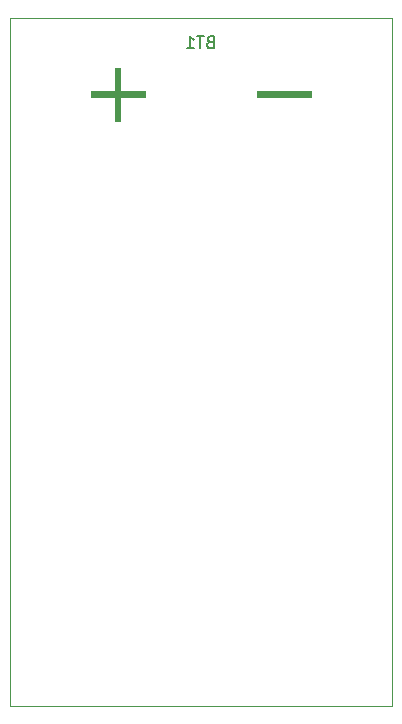
<source format=gbr>
%TF.GenerationSoftware,KiCad,Pcbnew,7.0.6*%
%TF.CreationDate,2023-08-09T23:01:59-05:00*%
%TF.ProjectId,BlueTeamCon_Main,426c7565-5465-4616-9d43-6f6e5f4d6169,rev?*%
%TF.SameCoordinates,Original*%
%TF.FileFunction,Legend,Bot*%
%TF.FilePolarity,Positive*%
%FSLAX46Y46*%
G04 Gerber Fmt 4.6, Leading zero omitted, Abs format (unit mm)*
G04 Created by KiCad (PCBNEW 7.0.6) date 2023-08-09 23:01:59*
%MOMM*%
%LPD*%
G01*
G04 APERTURE LIST*
%ADD10C,0.150000*%
%ADD11C,0.120000*%
G04 APERTURE END LIST*
D10*
X147360714Y-71306009D02*
X147217857Y-71353628D01*
X147217857Y-71353628D02*
X147170238Y-71401247D01*
X147170238Y-71401247D02*
X147122619Y-71496485D01*
X147122619Y-71496485D02*
X147122619Y-71639342D01*
X147122619Y-71639342D02*
X147170238Y-71734580D01*
X147170238Y-71734580D02*
X147217857Y-71782200D01*
X147217857Y-71782200D02*
X147313095Y-71829819D01*
X147313095Y-71829819D02*
X147694047Y-71829819D01*
X147694047Y-71829819D02*
X147694047Y-70829819D01*
X147694047Y-70829819D02*
X147360714Y-70829819D01*
X147360714Y-70829819D02*
X147265476Y-70877438D01*
X147265476Y-70877438D02*
X147217857Y-70925057D01*
X147217857Y-70925057D02*
X147170238Y-71020295D01*
X147170238Y-71020295D02*
X147170238Y-71115533D01*
X147170238Y-71115533D02*
X147217857Y-71210771D01*
X147217857Y-71210771D02*
X147265476Y-71258390D01*
X147265476Y-71258390D02*
X147360714Y-71306009D01*
X147360714Y-71306009D02*
X147694047Y-71306009D01*
X146836904Y-70829819D02*
X146265476Y-70829819D01*
X146551190Y-71829819D02*
X146551190Y-70829819D01*
X145408333Y-71829819D02*
X145979761Y-71829819D01*
X145694047Y-71829819D02*
X145694047Y-70829819D01*
X145694047Y-70829819D02*
X145789285Y-70972676D01*
X145789285Y-70972676D02*
X145884523Y-71067914D01*
X145884523Y-71067914D02*
X145979761Y-71115533D01*
D11*
%TO.C,BT1*%
X162750000Y-69275000D02*
X130450000Y-69275000D01*
X130450000Y-69275000D02*
X130450000Y-127525000D01*
X130450000Y-127525000D02*
X162750000Y-127525000D01*
X162750000Y-127525000D02*
X162750000Y-69275000D01*
X155875000Y-75475000D02*
X151375000Y-75475000D01*
X151375000Y-75475000D02*
X151375000Y-75975000D01*
X151375000Y-75975000D02*
X155875000Y-75975000D01*
X155875000Y-75975000D02*
X155875000Y-75475000D01*
G36*
X155875000Y-75475000D02*
G01*
X151375000Y-75475000D01*
X151375000Y-75975000D01*
X155875000Y-75975000D01*
X155875000Y-75475000D01*
G37*
X141825000Y-75475000D02*
X137325000Y-75475000D01*
X137325000Y-75475000D02*
X137325000Y-75975000D01*
X137325000Y-75975000D02*
X141825000Y-75975000D01*
X141825000Y-75975000D02*
X141825000Y-75475000D01*
G36*
X141825000Y-75475000D02*
G01*
X137325000Y-75475000D01*
X137325000Y-75975000D01*
X141825000Y-75975000D01*
X141825000Y-75475000D01*
G37*
X139775000Y-77975000D02*
X139275000Y-77975000D01*
X139275000Y-77975000D02*
X139275000Y-73475000D01*
X139275000Y-73475000D02*
X139775000Y-73475000D01*
X139775000Y-73475000D02*
X139775000Y-77975000D01*
G36*
X139775000Y-77975000D02*
G01*
X139275000Y-77975000D01*
X139275000Y-73475000D01*
X139775000Y-73475000D01*
X139775000Y-77975000D01*
G37*
%TD*%
M02*

</source>
